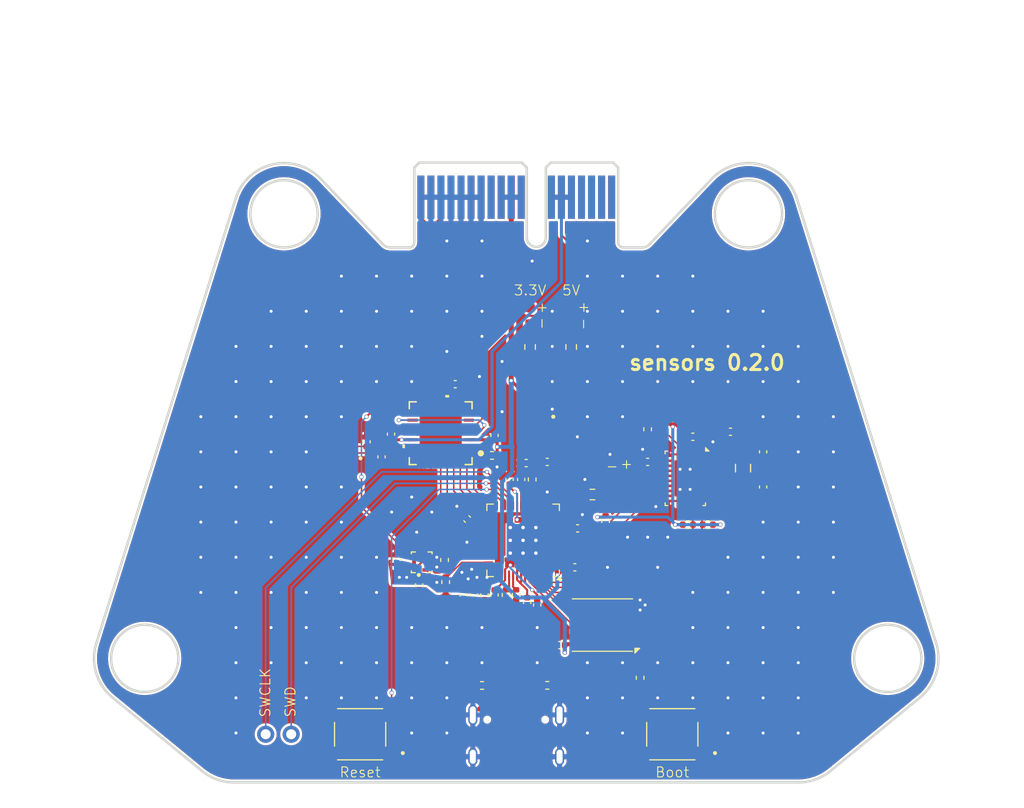
<source format=kicad_pcb>
(kicad_pcb (version 20240108) (generator "pcbnew") (generator_version "8.0")
  (layers (0 "F.Cu" signal) (31 "B.Cu" signal) (34 "B.Paste" user) (35 "F.Paste" user) (36 "B.SilkS" user "B.Silkscreen") (37 "F.SilkS" user "F.Silkscreen") (38 "B.Mask" user) (39 "F.Mask" user) (44 "Edge.Cuts" user))
  (net 0 "")
  (net 1 "+1.1V")
  (net 3 "CANINT")
  (net 4 "/XIN")
  (net 6 "Net-(U8-XOUT32)")
  (net 7 "BMPINT")
  (net 10 "Net-(U8-CAP)")
  (net 11 "BNORESET")
  (net 14 "BNOINT")
  (net 15 "Net-(U8-XIN32)")
  (net 17 "Net-(D88-A)")
  (net 22 "CS")
  (net 23 "CANSTBY")
  (net 25 "GND")
  (net 26 "/USB_D2+")
  (net 27 "USB_D+")
  (net 28 "/XOUT_pre")
  (net 30 "SI")
  (net 31 "SCK")
  (net 32 "SO")
  (net 33 "USB_D-")
  (net 36 "/XOUT")
  (net 39 "OSC1")
  (net 41 "BOOT_LOAD")
  (net 43 "OSC2")
  (net 44 "tx")
  (net 45 "/QSPI_SS")
  (net 46 "/QSPI_SCLK")
  (net 47 "/QSPI_SD1")
  (net 48 "/QSPI_SD0")
  (net 49 "/QSPI_SD3")
  (net 50 "/QSPI_SD2")
  (net 51 "/~{USB_BOOT_S}")
  (net 53 "/USB_D2-")
  (net 54 "+3.3V")
  (net 55 "Net-(D88-K)")
  (net 60 "CANRESET")
  (net 62 "rx")
  (net 66 "+5V")
  (net 67 "/SWD")
  (net 68 "/SWCLK")
  (net 69 "/RUN")
  (net 70 "SDA0")
  (net 71 "SCL0")
  (net 72 "SDA1")
  (net 73 "SCL1")
  (net 74 "unconnected-(U2-GPIO0-Pad2)")
  (net 84 "CANN")
  (net 85 "CANP")
  (net 91 "Net-(D1-K)")
  (net 92 "Net-(D2-K)")
  (net 99 "Net-(J6-CC2)")
  (net 100 "Net-(J6-CC1)")
  (footprint "Package_SON:WSON-8-1EP_6x5mm_P1.27mm_EP3.4x4.3mm" (layer "F.Cu") (at 155 106.75 180)
    (property "Reference" "U4" (hide yes))
    (property "Value" "W25Q128JVP" (hide yes))
  )
  (footprint "Capacitor_SMD:C_0402_1005Metric" (layer "F.Cu") (at 146.905904 92.252137 90)
    (property "Reference" "C214" (hide yes))
    (property "Value" "100n" (hide yes))
  )
  (footprint "Resistor_SMD:R_0402_1005Metric" (layer "F.Cu") (at 148 92.25 90)
    (property "Reference" "R12" (hide yes))
    (property "Value" "1k" (hide yes))
  )
  (footprint "BMP388:PQFN50P200X200X80-10N" (layer "F.Cu") (at 137 100.5 90)
    (property "Reference" "U5" (hide yes))
    (property "Value" "BMP388" (hide yes))
  )
  (footprint "Resistor_SMD:R_0402_1005Metric" (layer "F.Cu") (at 145.400183 103.75 90)
    (property "Reference" "R204" (hide yes))
    (property "Value" "27" (hide yes))
  )
  (footprint "Capacitor_SMD:C_0402_1005Metric" (layer "F.Cu") (at 141.525268 96.188915 135)
    (property "Reference" "C212" (hide yes))
    (property "Value" "100n" (hide yes))
  )
  (footprint "Capacitor_SMD:C_0402_1005Metric" (layer "F.Cu") (at 145.75 92.25 90)
    (property "Reference" "C207" (hide yes))
    (property "Value" "100n" (hide yes))
  )
  (footprint "Capacitor_SMD:C_0402_1005Metric" (layer "F.Cu") (at 159.5 90.5)
    (property "Reference" "C84" (hide yes))
    (property "Value" "1u" (hide yes))
  )
  (footprint "X322516MLB4SI:OSC_X322516MLB4SI" (layer "F.Cu") (at 128.85 89.051477 180)
    (property "Reference" "Y2" (hide yes))
    (property "Value" "X322516MLB4SI" (hide yes))
  )
  (footprint "TS-1187A-B-A-B:SW_TS-1187A-B-A-B" (layer "F.Cu") (at 130.865 117.625 180)
    (property "Reference" "S2" (hide yes))
    (property "Value" "TS-1187A-B-A-B" (hide yes))
  )
  (footprint "Resistor_SMD:R_0603_1608Metric" (layer "F.Cu") (at 151.885 79.055 -90)
    (property "Reference" "R2" (hide yes))
    (property "Value" "150")
  )
  (footprint "Resistor_SMD:R_0402_1005Metric" (layer "F.Cu") (at 139.387026 102.46872 -90)
    (property "Reference" "R222" (hide yes))
    (property "Value" "4.7k" (hide yes))
  )
  (footprint "LED_SMD:LED_0603_1608Metric" (layer "F.Cu") (at 147.795 75.955 90)
    (property "Reference" "D1" (hide yes))
    (property "Value" "LED")
  )
  (footprint "Capacitor_SMD:C_0402_1005Metric" (layer "F.Cu") (at 171 89.5 -90)
    (property "Reference" "C86" (hide yes))
    (property "Value" "22p" (hide yes))
  )
  (footprint "MCP25625T_E_ML:QFN28_6X6MC_MCH" (layer "F.Cu") (at 138.887999 87.644025 180)
    (property "Reference" "U9" (hide yes))
    (property "Value" "MCP25625T-E/ML" (hide yes))
  )
  (footprint "Resistor_SMD:R_0402_1005Metric" (layer "F.Cu") (at 163.51 96.75 180)
    (property "Reference" "R221" (hide yes))
    (property "Value" "4.7k" (hide yes))
  )
  (footprint "Capacitor_SMD:C_0402_1005Metric" (layer "F.Cu") (at 149.5 90.5)
    (property "Reference" "C10" (hide yes))
    (property "Value" "15p" (hide yes))
  )
  (footprint "Capacitor_SMD:C_0402_1005Metric" (layer "F.Cu") (at 148.5 104.75 -90)
    (property "Reference" "C206" (hide yes))
    (property "Value" "100n" (hide yes))
  )
  (footprint "Capacitor_SMD:C_0402_1005Metric" (layer "F.Cu") (at 152.25 101)
    (property "Reference" "C211" (hide yes))
    (property "Value" "100n" (hide yes))
  )
  (footprint "LED_SMD:LED_0603_1608Metric" (layer "F.Cu") (at 156.7125 92)
    (property "Reference" "D88" (hide yes))
    (property "Value" "LED" (hide yes))
  )
  (footprint "Resistor_SMD:R_0603_1608Metric" (layer "F.Cu") (at 147.795 79.055 -90)
    (property "Reference" "R1" (hide yes))
    (property "Value" "150")
  )
  (footprint "Capacitor_SMD:C_0402_1005Metric" (layer "F.Cu") (at 144.25 103.75 -90)
    (property "Reference" "C208" (hide yes))
    (property "Value" "1u" (hide yes))
  )
  (footprint "LED_SMD:LED_0603_1608Metric" (layer "F.Cu") (at 151.885 75.955 90)
    (property "Reference" "D2" (hide yes))
    (property "Value" "LED")
  )
  (footprint "Capacitor_SMD:C_0402_1005Metric" (layer "F.Cu") (at 167.75 87.5)
    (property "Reference" "C81" (hide yes))
    (property "Value" "100n" (hide yes))
  )
  (footprint "Resistor_SMD:R_0402_1005Metric" (layer "F.Cu") (at 159.5 87.25 90)
    (property "Reference" "R87" (hide yes))
    (property "Value" "10k" (hide yes))
  )
  (footprint "Capacitor_SMD:C_0402_1005Metric" (layer "F.Cu") (at 147.401053 90.619624 180)
    (property "Reference" "C11" (hide yes))
    (property "Value" "15p" (hide yes))
  )
  (footprint "Connector_USB:USB_C_Receptacle_Palconn_UTC16-G" (layer "F.Cu") (at 146.41 117.625)
    (property "Reference" "J6" (hide yes))
    (property "Value" "USB_C_Receptacle_USB2.0_16P" (hide yes))
  )
  (footprint "ABM8-272-T3:ABM8-272-T3_ABR" (layer "F.Cu") (at 149 88 -90)
    (property "Reference" "X1" (hide yes))
    (property "Value" "ABM8-272-T3" (hide yes))
  )
  (footprint "Capacitor_SMD:C_0402_1005Metric" (layer "F.Cu") (at 152.523705 97.122962)
    (property "Reference" "C213" (hide yes))
    (property "Value" "100n" (hide yes))
  )
  (footprint "Capacitor_SMD:C_0402_1005Metric" (layer "F.Cu") (at 142.194841 103.749524 -90)
    (property "Reference" "C216" (hide yes))
    (property "Value" "100n" (hide yes))
  )
  (footprint "Capacitor_SMD:C_0402_1005Metric" (layer "F.Cu") (at 141.194841 103.749524 -90)
    (property "Reference" "C215" (hide yes))
    (property "Value" "100n" (hide yes))
  )
  (footprint "Resistor_SMD:R_0402_1005Metric" (layer "F.Cu") (at 144 89.854549 180)
    (property "Reference" "R91" (hide yes))
    (property "Value" "10k" (hide yes))
  )
  (footprint "Capacitor_SMD:C_0402_1005Metric" (layer "F.Cu") (at 164 88 180)
    (property "Reference" "C82" (hide yes))
    (property "Value" "100n" (hide yes))
  )
  (footprint "Capacitor_SMD:C_0402_1005Metric" (layer "F.Cu") (at 143.25 103.75 -90)
    (property "Reference" "C210" (hide yes))
    (property "Value" "1u" (hide yes))
  )
  (footprint "Capacitor_SMD:C_0402_1005Metric" (layer "F.Cu") (at 171 93 -90)
    (property "Reference" "C85" (hide yes))
    (property "Value" "22p" (hide yes))
  )
  (footprint "Package_LGA:LGA-28_5.2x3.8mm_P0.5mm" (layer "F.Cu") (at 163.25 92.1375 -90)
    (property "Reference" "U8" (hide yes))
    (property "Value" "BNO055" (hide yes))
  )
  (footprint "Resistor_SMD:R_0402_1005Metric" (layer "F.Cu") (at 165.49 96.75 180)
    (property "Reference" "R220" (hide yes))
    (property "Value" "4.7k" (hide yes))
  )
  (footprint "ABS07-32.768KHZ-T:XTAL_ABS07-32.768KHZ-T" (layer "F.Cu") (at 169 91.124973 90)
    (property "Reference" "Y1" (hide yes))
    (property "Value" "ABS07-32.768KHZ-T" (hide yes))
  )
  (footprint "Capacitor_SMD:C_0402_1005Metric" (layer "F.Cu") (at 133.942338 87.740095 90)
    (property "Reference" "C93" (hide yes))
    (property "Value" "100n" (hide yes))
  )
  (footprint "Resistor_SMD:R_0402_1005Metric" (layer "F.Cu") (at 146.400183 103.75 90)
    (property "Reference" "R203" (hide yes))
    (property "Value" "27" (hide yes))
  )
  (footprint "Resistor_SMD:R_0402_1005Metric" (layer "F.Cu") (at 143.005 112.765)
    (property "Reference" "R4" (hide yes))
    (property "Value" "5.1k" (hide yes))
  )
  (footprint "Package_DFN_QFN:QFN-56-1EP_7x7mm_P0.4mm_EP3.2x3.2mm" (layer "F.Cu") (at 147.1 98.3125 180)
    (property "Reference" "U2" (hide yes))
    (property "Value" "RP2040" (hide yes))
  )
  (footprint "Capacitor_SMD:C_0402_1005Metric" (layer "F.Cu") (at 136.75 102.75 -90)
    (property "Reference" "C50" (hide yes))
    (property "Value" "100n" (hide yes))
  )
  (footprint "Resistor_SMD:R_0402_1005Metric" (layer "F.Cu") (at 155.30927 96.382779 90)
    (property "Reference" "R83" (hide yes))
    (property "Value" "10k" (hide yes))
  )
  (footprint "Resistor_SMD:R_0402_1005Metric" (layer "F.Cu") (at 158.75 112 -90)
    (property "Reference" "R30" (hide yes))
    (property "Value" "1k" (hide yes))
  )
  (footprint "Capacitor_SMD:C_0402_1005Metric" (layer "F.Cu") (at 150.75 108.75 180)
    (property "Reference" "C40" (hide yes))
    (property "Value" "100n" (hide yes))
  )
  (footprint "Connector_PinHeader_2.54mm:PinHeader_1x02_P2.54mm_Vertical" (layer "F.Cu") (at 121.46 117.625 90)
    (property "Reference" "J4" (hide yes))
    (property "Value" "Conn_01x02" (hide yes))
  )
  (footprint "Resistor_SMD:R_0402_1005Metric" (layer "F.Cu") (at 149.505 112.755)
    (property "Reference" "R3" (hide yes))
    (property "Value" "5.1k" (hide yes))
  )
  (footprint "Capacitor_SMD:C_0402_1005Metric" (layer "F.Cu") (at 134.5 100.23 90)
    (property "Reference" "C51" (hide yes))
    (property "Value" "100n" (hide yes))
  )
  (footprint "Capacitor_SMD:C_0402_1005Metric" (layer "F.Cu") (at 140.339105 82.759702)
    (property "Reference" "C90" (hide yes))
    (property "Value" "100n" (hide yes))
  )
  (footprint "Capacitor_SMD:C_0402_1005Metric" (layer "F.Cu") (at 144.249829 87.861863 90)
    (property "Reference" "C92" (hide yes))
    (property "Value" "100n" (hide yes))
  )
  (footprint "TS-1187A-B-A-B:SW_TS-1187A-B-A-B" (layer "F.Cu") (at 161.955 117.625 180)
    (property "Reference" "S1" (hide yes))
    (property "Value" "TS-1187A-B-A-B" (hide yes))
  )
  (footprint "Capacitor_SMD:C_0402_1005Metric" (layer "F.Cu") (at 147.5 104.5 -90)
    (property "Reference" "C209" (hide yes))
    (property "Value" "100n" (hide yes))
  )
  (footprint "Resistor_SMD:R_0402_1005Metric" (layer "F.Cu") (at 139.276509 100.269684 -90)
    (property "Reference" "R223" (hide yes))
    (property "Value" "4.7k" (hide yes))
  )
  (footprint "Capacitor_SMD:C_0402_1005Metric" (layer "F.Cu") (at 133 90 -90)
    (property "Reference" "C94" (hide yes))
    (property "Value" "22p" (hide yes))
  )
  (footprint "Resistor_SMD:R_0603_1608Metric" (layer "F.Cu") (at 154 93.75 180)
    (property "Reference" "R89" (hide yes))
    (property "Value" "150" (hide yes))
  )
  (footprint "Capacitor_SMD:C_0402_1005Metric" (layer "F.Cu") (at 131.5 88.5 90)
    (property "Reference" "C95" (hide yes))
    (property "Value" "22p" (hide yes))
  )
  (footprint "Connector_PCBEdge:BUS_PCIexpress_x1" (layer "B.Cu") (at 136.913 64.138595)
    (property "Reference" "J1" (hide yes))
    (property "Value" "Bus_PCI_Express_x1" (hide yes))
    (fp_line (start -0.65 -2.95) (end -0.65 4.506267) (stroke (width 0.25)) (layer "Edge.Cuts"))
    (fp_line (start -0.15 -3.45) (end -0.65 -2.95) (stroke (width 0.25)) (layer "Edge.Cuts"))
    (fp_line (start 10.05 -3.45) (end -0.15 -3.45) (stroke (width 0.25)) (layer "Edge.Cuts"))
    (fp_line (start 10.05 -3.45) (end 10.55 -2.95) (stroke (width 0.25)) (layer "Edge.Cuts"))
    (fp_line (start 10.55 -2.95) (end 10.55 4) (stroke (width 0.25)) (layer "Edge.Cuts"))
    (fp_line (start 12.45 -2.95) (end 12.45 4) (stroke (width 0.25)) (layer "Edge.Cuts"))
    (fp_line (start 12.95 -3.45) (end 12.45 -2.95) (stroke (width 0.25)) (layer "Edge.Cuts"))
    (fp_line (start 19.15 -3.45) (end 12.95 -3.45) (stroke (width 0.25)) (layer "Edge.Cuts"))
    (fp_line (start 19.15 -3.45) (end 19.65 -2.95) (stroke (width 0.25)) (layer "Edge.Cuts"))
    (fp_line (start 19.65 4.506267) (end 19.65 -2.95) (stroke (width 0.25)) (layer "Edge.Cuts"))
    (fp_arc (start 12.45 4) (mid 11.5 4.95) (end 10.55 4) (stroke (width 0.25)) (layer "Edge.Cuts"))
  )
  (gr_line (start 159.678146 68.835513) (end 165.883818 62.312636) (stroke (width 0.25)) (layer "Edge.Cuts"))
  (gr_line (start 133.143972 68.831791) (end 126.941843 62.312637) (stroke (width 0.25)) (layer "Edge.Cuts"))
  (gr_line (start 174.511605 122.419976) (end 118.31403 122.419976) (stroke (width 0.25)) (layer "Edge.Cuts"))
  (gr_circle (center 183.413305 110.068595) (end 180.063305 110.068595) (stroke (width 0.25)) (fill none) (layer "Edge.Cuts"))
  (gr_arc (start 159.678146 68.835513) (mid 159.347804 69.065283) (end 158.95364 69.146243) (stroke (width 0.25)) (layer "Edge.Cuts"))
  (gr_arc (start 188.23235 108.558858) (mid 188.252259 111.513246) (end 186.615928 113.973169) (stroke (width 0.25)) (layer "Edge.Cuts"))
  (gr_line (start 133.87203 69.146243) (end 135.755183 69.146243) (stroke (width 0.25)) (layer "Edge.Cuts"))
  (gr_arc (start 118.31403 122.419976) (mid 116.613396 122.125003) (end 115.111431 121.274551) (stroke (width 0.25)) (layer "Edge.Cuts"))
  (gr_line (start 158.95364 69.146243) (end 157.070478 69.146243) (stroke (width 0.25)) (layer "Edge.Cuts"))
  (gr_line (start 174.361605 64.283721) (end 174.361606 64.283721) (stroke (width 0.25)) (layer "Edge.Cuts"))
  (gr_line (start 186.615928 113.973169) (end 177.714231 121.274549) (stroke (width 0.25)) (layer "Edge.Cuts"))
  (gr_arc (start 133.87203 69.146243) (mid 133.475493 69.064276) (end 133.143972 68.831791) (stroke (width 0.25)) (layer "Edge.Cuts"))
  (gr_arc (start 165.883818 62.312636) (mid 170.686181 60.874652) (end 174.361605 64.283721) (stroke (width 0.25)) (layer "Edge.Cuts"))
  (gr_arc (start 118.464055 64.28372) (mid 122.13948 60.874652) (end 126.941843 62.312637) (stroke (width 0.25)) (layer "Edge.Cuts"))
  (gr_circle (center 109.412355 110.068595) (end 106.062355 110.068595) (stroke (width 0.25)) (fill none) (layer "Edge.Cuts"))
  (gr_arc (start 136.255183 68.646276) (mid 136.108734 68.999813) (end 135.755183 69.146243) (stroke (width 0.25)) (layer "Edge.Cuts"))
  (gr_line (start 174.361606 64.283721) (end 188.23235 108.558858) (stroke (width 0.25)) (layer "Edge.Cuts"))
  (gr_circle (center 169.54256 65.793456) (end 166.19256 65.793456) (stroke (width 0.25)) (fill none) (layer "Edge.Cuts"))
  (gr_circle (center 123.2831 65.793456) (end 119.9331 65.793456) (stroke (width 0.25)) (fill none) (layer "Edge.Cuts"))
  (gr_line (start 106.209767 113.973198) (end 115.111431 121.274551) (stroke (width 0.25)) (layer "Edge.Cuts"))
  (gr_line (start 118.464055 64.28372) (end 118.464054 64.28372) (stroke (width 0.25)) (layer "Edge.Cuts"))
  (gr_arc (start 157.070478 69.146243) (mid 156.716924 68.999796) (end 156.570477 68.646242) (stroke (width 0.25)) (layer "Edge.Cuts"))
  (gr_line (start 118.464054 64.28372) (end 104.588376 108.574607) (stroke (width 0.25)) (layer "Edge.Cuts"))
  (gr_arc (start 106.209767 113.973198) (mid 104.575789 111.521169) (end 104.588376 108.574607) (stroke (width 0.25)) (layer "Edge.Cuts"))
  (gr_arc (start 177.714231 121.274549) (mid 176.212253 122.125005) (end 174.511605 122.419976) (stroke (width 0.25)) (layer "Edge.Cuts"))
  (gr_text "sensors 0.2.0" (at 157.5 81.5 0) (layer "F.SilkS") (effects (font (size 1.5 1.5) (thickness 0.3) (bold yes)) (justify left bottom)))
  (gr_text "SWD" (at 124.5 116 90) (layer "F.SilkS") (effects (font (size 1 1) (thickness 0.1)) (justify left bottom)))
  (gr_text "Boot" (at 161.955 122 0) (layer "F.SilkS") (effects (font (size 1 1) (thickness 0.1)) (justify bottom)))
  (gr_text "5V" (at 151.885 74 0) (layer "F.SilkS") (effects (font (size 1 1) (thickness 0.1)) (justify bottom)))
  (gr_text "Reset" (at 130.865 122 0) (layer "F.SilkS") (effects (font (size 1 1) (thickness 0.1)) (justify bottom)))
  (gr_text "3.3V" (at 147.795 74 0) (layer "F.SilkS") (effects (font (size 1 1) (thickness 0.1)) (justify bottom)))
  (gr_text "SWCLK" (at 122 116 90) (layer "F.SilkS") (effects (font (size 1 1) (thickness 0.1)) (justify left bottom)))
  (segment (start 145.75 93) (end 145.75 92.73) (width 0.2) (layer "F.Cu") (net 1))
  (segment (start 148 103.25) (end 148.5 103.75) (width 0.2) (layer "F.Cu") (net 1))
  (segment (start 145.3 102.28386) (end 144.31386 103.27) (width 0.2) (layer "F.Cu") (net 1))
  (segment (start 146.278167 93.471833) (end 146.221833 93.471833) (width 0.15) (layer "F.Cu") (net 1))
  (segment (start 148.5 103.75) (end 148.5 104.27) (width 0.2) (layer "F.Cu") (net 1))
  (segment (start 145.716508 100.783492) (end 145.830177 100.783492) (width 0.2) (layer "F.Cu") (net 1))
  (segment (start 146.278167 93.471833) (end 146.5 93.693666) (width 0.15) (layer "F.Cu") (net 1))
  (segment (start 147.3 101.75) (end 147.3 102.55) (width 0.2) (layer "F.Cu") (net 1))
  (segment (start 145.3 101.75) (end 145.3 102.28386) (width 0.2) (layer "F.Cu") (net 1))
  (segment (start 144.31386 103.27) (end 144.25 103.27) (width 0.2) (layer "F.Cu") (net 1))
  (segment (start 146.221833 93.471833) (end 145.75 93) (width 0.2) (layer "F.Cu") (net 1))
  (segment (start 147.3 102.55) (end 148 103.25) (width 0.2) (layer "F.Cu") (net 1))
  (segment (start 145.3 101.2) (end 145.716508 100.783492) (width 0.2) (layer "F.Cu") (net 1))
  (segment (start 146.5 93.693666) (end 146.5 94.875) (width 0.15) (layer "F.Cu") (net 1))
  (segment (start 145.3 101.75) (end 145.3 101.2) (width 0.2) (layer "F.Cu") (net 1))
  (via (at 146.5 96.25) (size 0.4) (drill 0.3) (layers "F.Cu" "B.Cu") (net 1))
  (via (at 148 103.25) (size 0.4) (drill 0.3) (layers "F.Cu" "B.Cu") (net 1))
  (via (at 146.278167 93.471833) (size 0.4) (drill 0.3) (layers "F.Cu" "B.Cu") (net 1))
  (via (at 145.830177 100.783492) (size 0.4) (drill 0.3) (layers "F.Cu" "B.Cu") (net 1))
  (segment (start 146.5 93.693666) (end 146.278167 93.471833) (width 0.2) (layer "B.Cu") (net 1))
  (segment (start 145.830177 100.783492) (end 145.830177 101.080177) (width 0.2) (layer "B.Cu") (net 1))
  (segment (start 146.5 96.25) (end 146.5 93.693666) (width 0.2) (layer "B.Cu") (net 1))
  (segment (start 145.830177 101.080177) (end 148 103.25) (width 0.2) (layer "B.Cu") (net 1))
  (segment (start 138.887999 95.696007) (end 141.304492 98.1125) (width 0.15) (layer "F.Cu") (net 3))
  (segment (start 141.304492 98.1125) (end 143.6625 98.1125) (width 0.15) (layer "F.Cu") (net 3))
  (segment (start 138.887999 90.438025) (end 138.887999 95.696007) (width 0.15) (layer "F.Cu") (net 3))
  (segment (start 149.02 90.5) (end 149.02 87.580001) (width 0.15) (layer "F.Cu") (net 4))
  (segment (start 149.02 87.580001) (end 149.400002 87.199999) (width 0.15) (layer "F.Cu") (net 4))
  (segment (start 149 90.52) (end 149 92.663247) (width 0.15) (layer "F.Cu") (net 4))
  (segment (start 149.400002 87.199999) (end 150.1 87.199999) (width 0.15) (layer "F.Cu") (net 4))
  (segment (start 147.7 93.963247) (end 147.7 94.875) (width 0.15) (layer "F.Cu") (net 4))
  (segment (start 149 92.663247) (end 147.7 93.963247) (width 0.15) (layer "F.Cu") (net 4))
  (segment (start 149.02 90.5) (end 149 90.52) (width 0.15) (layer "F.Cu") (net 4))
  (segment (start 169.145027 92.52) (end 169 92.374973) (width 0.15) (layer "F.Cu") (net 6))
  (segment (start 168.012527 91.3875) (end 164.9125 91.3875) (width 0.15) (layer "F.Cu") (net 6))
  (segment (start 169 92.374973) (end 168.012527 91.3875) (width 0.15) (layer "F.Cu") (net 6))
  (segment (start 171 92.52) (end 169.145027 92.52) (width 0.15) (layer "F.Cu") (net 6))
  (segment (start 137 99) (end 140.013869 99) (width 0.15) (layer "F.Cu") (net 7))
  (segment (start 136.75 99.25) (end 137 99) (width 0.15) (layer "F.Cu") (net 7))
  (segment (start 140.726369 99.7125) (end 143.6625 99.7125) (width 0.15) (layer "F.Cu") (net 7))
  (segment (start 140.013869 99) (end 140.726369 99.7125) (width 0.15) (layer "F.Cu") (net 7))
  (segment (start 136.75 99.735) (end 136.75 99.25) (width 0.15) (layer "F.Cu") (net 7))
  (segment (start 161.5875 91.3875) (end 160.8675 91.3875) (width 0.15) (layer "F.Cu") (net 10))
  (segment (start 160.8675 91.3875) (end 159.98 90.5) (width 0.15) (layer "F.Cu") (net 10))
  (segment (start 161.5875 92.3875) (end 159.8625 92.3875) (width 0.15) (layer "F.Cu") (net 11))
  (segment (start 154.5375 97.7125) (end 150.5375 97.7125) (width 0.15) (layer "F.Cu") (net 11))
  (segment (start 159.8625 92.3875) (end 154.5375 97.7125) (width 0.15) (layer "F.Cu") (net 11))
  (segment (start 155.6375 98.1125) (end 150.5375 98.1125) (width 0.15) (layer "F.Cu") (net 14))
  (segment (start 159.8625 93.8875) (end 155.6375 98.1125) (width 0.15) (layer "F.Cu") (net 14))
  (segment (start 161.5875 93.8875) (end 159.8625 93.8875) (width 0.15) (layer "F.Cu") (net 14))
  (segment (start 169 89.874973) (end 170.894973 89.874973) (width 0.15) (layer "F.Cu") (net 15))
  (segment (start 170.894973 89.874973) (end 171 89.98) (width 0.15) (layer "F.Cu") (net 15))
  (segment (start 169 89.874973) (end 167.987473 90.8875) (width 0.15) (layer "F.Cu") (net 15))
  (segment (start 167.987473 90.8875) (end 164.9125 90.8875) (width 0.15) (layer "F.Cu") (net 15))
  (segment (start 157.6125 91.8875) (end 157.5 92) (width 0.15) (layer "F.Cu") (net 17))
  (segment (start 161.5875 91.8875) (end 157.6125 91.8875) (width 0.15) (layer "F.Cu") (net 17))
  (segment (start 141.5 89.776025) (end 141.5 93.188949) (width 0.15) (layer "F.Cu") (net 22))
  (segment (start 143.186051 94.875) (end 144.5 94.875) (width 0.15) (layer "F.Cu") (net 22))
  (segment (start 141.681999 89.594026) (end 141.5 89.776025) (width 0.15) (layer "F.Cu") (net 22))
  (segment (start 141.5 93.188949) (end 143.186051 94.875) (width 0.15) (layer "F.Cu") (net 22))
  (segment (start 131.805976 85.694024) (end 136.093999 85.694024) (width 0.2) (layer "F.Cu") (net 23))
  (segment (start 140.25 98.5) (end 141.0625 99.3125) (width 0.15) (layer "F.Cu") (net 23))
  (segment (start 131.5 86) (end 131.805976 85.694024) (width 0.2) (layer "F.Cu") (net 23))
  (segment (start 141.0625 99.3125) (end 143.6625 99.3125) (width 0.15) (layer "F.Cu") (net 23))
  (segment (start 134.5 98.5) (end 140.25 98.5) (width 0.15) (layer "F.Cu") (net 23))
  (segment (start 131 95) (end 134.5 98.5) (width 0.15) (layer "F.Cu") (net 23))
  (segment (start 131 92) (end 131 95) (width 0.15) (layer "F.Cu") (net 23))
  (via (at 131 92) (size 0.4) (drill 0.3) (layers "F.Cu" "B.Cu") (net 23))
  (via (at 131.5 86) (size 0.4) (drill 0.3) (layers "F.Cu" "B.Cu") (net 23))
  (segment (start 131 86.5) (end 131.5 86) (width 0.15) (layer "B.Cu") (net 23))
  (segment (start 131 92) (end 131 86.5) (width 0.15) (layer "B.Cu") (net 23))
  (segment (start 146.772137 91.772137) (end 146 91) (width 0.3) (layer "F.Cu") (net 25))
  (segment (start 162.3625 94.3875) (end 162.5 94.525) (width 0.15) (layer "F.Cu") (net 25))
  (segment (start 148.1 86.949999) (end 147.95 86.949999) (width 0.15) (layer "F.Cu") (net 25))
  (segment (start 142.913 64.138595) (end 139.913 64.138595) (width 0.5) (layer "F.Cu") (net 25))
  (segment (start 161.725 89.75) (end 161.5875 89.8875) (width 0.2) (layer "F.Cu") (net 25))
  (segment (start 161.5875 94.3875) (end 162.3625 94.3875) (width 0.2) (layer "F.Cu") (net 25))
  (segment (start 146.905904 91.772137) (end 146.772137 91.772137) (width 0.3) (layer "F.Cu") (net 25))
  (segment (start 137.79 100.975) (end 137.765 101) (width 0.15) (layer "F.Cu") (net 25))
  (segment (start 141.185857 95.849504) (end 141.185857 95.607337) (width 0.2) (layer "F.Cu") (net 25))
  (segment (start 138.407065 89.186934) (end 138.407065 88.957723) (width 0.2) (layer "F.Cu") (net 25))
  (segment (start 141.185857 95.607337) (end 140.5 94.92148) (width 0.2) (layer "F.Cu") (net 25))
  (segment (start 136.605075 87.644025) (end 139.399075 87.644025) (width 0.3) (layer "F.Cu") (net 25))
  (segment (start 148.75 93.75) (end 149 93.75) (width 0.2) (layer "F.Cu") (net 25))
  (segment (start 136.235 100.5) (end 136.235 100) (width 0.3) (layer "F.Cu") (net 25))
  (segment (start 162.5 89.75) (end 161.725 89.75) (width 0.2) (layer "F.Cu") (net 25))
  (segment (start 148.1 94.875) (end 148.1 94.4) (width 0.2) (layer "F.Cu") (net 25))
  (segment (start 148.1 94.4) (end 148.75 93.75) (width 0.2) (layer "F.Cu") (net 25))
  (segment (start 138.5 100.975) (end 137.79 100.975) (width 0.2) (layer "F.Cu") (net 25))
  (segment (start 137.765 100) (end 138.5 100) (width 0.2) (layer "F.Cu") (net 25))
  (via (at 174.5 89.5) (size 0.4) (drill 0.3) (layers "F.Cu" "B.Cu") (net 25))
  (via (at 153 95.75) (size 0.4) (drill 0.3) (layers "F.Cu" "B.Cu") (net 25))
  (via (at 149.5 93.5) (size 0.4) (drill 0.3) (layers "F.Cu" "B.Cu") (net 25))
  (via (at 158.75 104.25) (size 0.4) (drill 0.3) (layers "F.Cu" "B.Cu") (net 25))
  (via (at 143 72) (size 0.4) (drill 0.3) (layers "F.Cu" "B.Cu") (net 25))
  (via (at 140.5 94.92148) (size 0.4) (drill 0.3) (layers "F.Cu" "B.Cu") (net 25))
  (via (at 171 75.5) (size 0.4) (drill 0.3) (layers "F.Cu" "B.Cu") (net 25))
  (via (at 167.5 114) (size 0.4) (drill 0.3) (layers "F.Cu" "B.Cu") (net 25))
  (via (at 139.5 72) (size 0.4) (drill 0.3) (layers "F.Cu" "B.Cu") (net 25))
  (via (at 125.5 100) (size 0.4) (drill 0.3) (layers "F.Cu" "B.Cu") (net 25))
  (via (at 153.5 110.5) (size 0.4) (drill 0.3) (layers "F.Cu" "B.Cu") (net 25))
  (via (at 160.5 75.5) (size 0.4) (drill 0.3) (layers "F.Cu" "B.Cu") (net 25))
  (via (at 129 114) (size 0.4) (drill 0.3) (layers "F.Cu" "B.Cu") (net 25))
  (via (at 122 75.5) (size 0.4) (drill 0.3) (layers "F.Cu" "B.Cu") (net 25))
  (via (at 164 82.5) (size 0.4) (drill 0.3) (layers "F.Cu" "B.Cu") (net 25))
  (via (at 129 79) (size 0.4) (drill 0.3) (layers "F.Cu" "B.Cu") (net 25))
  (via (at 178 103.5) (size 0.4) (drill 0.3) (layers "F.Cu" "B.Cu") (net 25))
  (via (at 143 68.5) (size 0.4) (drill 0.3) (layers "F.Cu" "B.Cu") (net 25))
  (via (at 136 79) (size 0.4) (drill 0.3) (layers "F.Cu" "B.Cu") (net 25))
  (via (at 118.5 103.5) (size 0.4) (drill 0.3) (layers "F.Cu" "B.Cu") (net 25))
  (via (at 144.5 91) (size 0.4) (drill 0.3) (layers "F.Cu" "B.Cu") (net 25))
  (via (at 167.5 79) (size 0.4) (drill 0.3) (layers "F.Cu" "B.Cu") (net 25))
  (via (at 122 86) (size 0.4) (drill 0.3) (layers "F.Cu" "B.Cu") (net 25))
  (via (at 174.5 114) (size 0.4) (drill 0.3) (layers "F.Cu" "B.Cu") (net 25))
  (via (at 145.818053 99.587234) (size 0.5) (drill 0.35) (layers "F.Cu" "B.Cu") (net 25))
  (via (at 163.730735 91.239321) (size 0.4) (drill 0.3) (layers "F.Cu" "B.Cu") (net 25))
  (via (at 148.5 110.5) (size 0.4) (drill 0.3) (layers "F.Cu" "B.Cu") (net 25))
  (via (at 136 75.5) (size 0.4) (drill 0.3) (layers "F.Cu" "B.Cu") (net 25))
  (via (at 174.5 96.5) (size 0.4) (drill 0.3) (layers "F.Cu" "B.Cu") (net 25))
  (via (at 160.5 114) (size 0.4) (drill 0.3) (layers "F.Cu" "B.Cu") (net 25))
  (via (at 125.5 93) (size 0.4) (drill 0.3) (layers "F.Cu" "B.Cu") (net 25))
  (via (at 171 103.5) (size 0.4) (drill 0.3) (layers "F.Cu" "B.Cu") (net 25))
  (via (at 138 95.5) (size 0.4) (drill 0.3) (layers "F.Cu" "B.Cu") (net 25))
  (via (at 115 103.5) (size 0.4) (drill 0.3) (layers "F.Cu" "B.Cu") (net 25))
  (via (at 125.5 110.5) (size 0.4) (drill 0.3) (layers "F.Cu" "B.Cu") (net 25))
  (via (at 171 110.5) (size 0.4) (drill 0.3) (layers "F.Cu" "B.Cu") (net 25))
  (via (at 174.5 79) (size 0.4) (drill 0.3) (layers "F.Cu" "B.Cu") (net 25))
  (via (at 150 79) (size 0.4) (drill 0.3) (layers "F.Cu" "B.Cu") (net 25))
  (via (at 122 93) (size 0.4) (drill 0.3) (layers "F.Cu" "B.Cu") (net 25))
  (via (at 178 100) (size 0.4) (drill 0.3) (layers "F.Cu" "B.Cu") (net 25))
  (via (at 153.5 68.5) (size 0.4) (drill 0.3) (layers "F.Cu" "B.Cu") (net 25))
  (via (at 147.093053 99.587234) (size 0.5) (drill 0.35) (layers "F.Cu" "B.Cu") (net 25))
  (via (at 161.5 98) (size 0.4) (drill 0.3) (layers "F.Cu" "B.Cu") (net 25))
  (via (at 148.5 107) (size 0.4) (drill 0.3) (layers "F.Cu" "B.Cu") (net 25))
  (via (at 138.5 100) (size 0.4) (drill 0.3) (layers "F.Cu" "B.Cu") (net 25))
  (via (at 118.5 117.5) (size 0.4) (drill 0.3) (layers "F.Cu" "B.Cu") (net 25))
  (via (at 118.5 89.5) (size 0.4) (drill 0.3) (layers "F.Cu" "B.Cu") (net 25))
  (via (at 129 86) (size 0.4) (drill 0.3) (layers "F.Cu" "B.Cu") (net 25))
  (via (at 139.5 114) (size 0.4) (drill 0.3) (layers "F.Cu" "B.Cu") (net 25))
  (via (at 122 103.5) (size 0.4) (drill 0.3) (layers "F.Cu" "B.Cu") (net 25))
  (via (at 132.5 114) (size 0.4) (drill 0.3) (layers "F.Cu" "B.Cu") (net 25))
  (via (at 153.5 75.5) (size 0.4) (drill 0.3) (layers "F.Cu" "B.Cu") (net 25))
  (via (at 145.818053 98.312234) (size 0.5) (drill 0.35) (layers "F.Cu" "B.Cu") (net 25))
  (via (at 122 82.5) (size 0.4) (drill 0.3) (layers "F.Cu" "B.Cu") (net 25))
  (via (at 148.368053 98.312234) (size 0.5) (drill 0.35) (layers "F.Cu" "B.Cu") (net 25))
  (via (at 164 114) (size 0.4) (drill 0.3) (layers "F.Cu" "B.Cu") (net 25))
  (via (at 125.5 96.5) (size 0.4) (drill 0.3) (layers "F.Cu" "B.Cu") (net 25))
  (via (at 145 80.5) (size 0.4) (drill 0.3) (layers "F.Cu" "B.Cu") (net 25))
  (via (at 160.5 82.5) (size 0.4) (drill 0.3) (layers "F.Cu" "B.Cu") (net 25))
  (via (at 164 72) (size 0.4) (drill 0.3) (layers "F.Cu" "B.Cu") (net 25))
  (via (at 178 96.5) (size 0.4) (drill 0.3) (layers "F.Cu" "B.Cu") (net 25))
  (via (at 153.5 86) (size 0.4) (drill 0.3) (layers "F.Cu" "B.Cu") (net 25))
  (via (at 153.25 92.25) (size 0.4) (drill 0.3) (layers "F.Cu" "B.Cu") (net 25))
  (via (at 132.5 72) (size 0.4) (drill 0.3) (layers "F.Cu" "B.Cu") (net 25))
  (via (at 143 78) (size 0.4) (drill 0.3) (layers "F.Cu" "B.Cu") (net 25))
  (via (at 153.5 72) (size 0.4) (drill 0.3) (layers "F.Cu" "B.Cu") (net 25))
  (via (at 162.730735 93.239321) (size 0.4) (drill 0.3) (layers "F.Cu" "B.Cu") (net 25))
  (via (at 157 75.5) (size 0.4) (drill 0.3) (layers "F.Cu" "B.Cu") (net 25))
  (via (at 160.5 79) (size 0.4) (drill 0.3) (layers "F.Cu" "B.Cu") (net 25))
  (via (at 129 82.5) (size 0.4) (drill 0.3) (layers "F.Cu" "B.Cu") (net 25))
  (via (at 122 89.5) (size 0.4) (drill 0.3) (layers "F.Cu" "B.Cu") (net 25))
  (via (at 136 94) (size 0.4) (drill 0.3) (layers "F.Cu" "B.Cu") (net 25))
  (via (at 174.5 110.5) (size 0.4) (drill 0.3) (layers "F.Cu" "B.Cu") (net 25))
  (via (at 164 75.5) (size 0.4) (drill 0.3) (layers "F.Cu" "B.Cu") (net 25))
  (via (at 122 100) (size 0.4) (drill 0.3) (layers "F.Cu" "B.Cu") (net 25))
  (via (at 162.730735 91.239321) (size 0.4) (drill 0.3) (layers "F.Cu" "B.Cu") (net 25))
  (via (at 118.5 107) (size 0.4) (drill 0.3) (layers "F.Cu" "B.Cu") (net 25))
  (via (at 129 107) (size 0.4) (drill 0.3) (layers "F.Cu" "B.Cu") (net 25))
  (via (at 153.5 79) (size 0.4) (drill 0.3) (layers "F.Cu" "B.Cu") (net 25))
  (via (at 118.5 86) (size 0.4) (drill 0.3) (layers "F.Cu" "B.Cu") (net 25))
  (via (at 158.75 105.25) (size 0.4) (drill 0.3) (layers "F.Cu" "B.Cu") (net 25))
  (via (at 174.5 82.5) (size 0.4) (drill 0.3) (layers "F.Cu" "B.Cu") (net 25))
  (via (at 159.5 98) (size 0.4) (drill 0.3) (layers "F.Cu" "B.Cu") (net 25))
  (via (at 157 72) (size 0.4) (drill 0.3) (layers "F.Cu" "B.Cu") (net 25))
  (via (at 166 88.5) (size 0.4) (drill 0.3) (layers "F.Cu" "B.Cu") (net 25))
  (via (at 164 107) (size 0.4) (drill 0.3) (layers "F.Cu" "B.Cu") (net 25))
  (via (at 141.5 98.5) (size 0.4) (drill 0.3) (layers "F.Cu" "B.Cu") (net 25))
  (via (at 160.310517 94.949057) (size 0.4) (drill 0.3) (layers "F.Cu" "B.Cu") (net 25))
  (via (at 155.5 101) (size 0.4) (drill 0.3) (layers "F.Cu" "B.Cu") (net 25))
  (via (at 122 110.5) (size 0.4) (drill 0.3) (layers "F.Cu" "B.Cu") (net 25))
  (via (at 136.5 97.5) (size 0.4) (drill 0.3) (layers "F.Cu" "B.Cu") (net 25))
  (via (at 132.5 100) (size 0.4) (drill 0.3) (layers "F.Cu" "B.Cu") (net 25))
  (via (at 164 103.5) (size 0.4) (drill 0.3) (layers "F.Cu" "B.Cu") (net 25))
  (via (at 178 89.5) (size 0.4) (drill 0.3) (layers "F.Cu" "B.Cu") (net 25))
  (via (at 171 79) (size 0.4) (drill 0.3) (layers "F.Cu" "B.Cu") (net 25))
  (via (at 129 72) (size 0.4) (drill 0.3) (layers "F.Cu" "B.Cu") (net 25))
  (via (at 174.5 100) (size 0.4) (drill 0.3) (layers "F.Cu" "B.Cu") (net 25))
  (via (at 122 79) (size 0.4) (drill 0.3) (layers "F.Cu" "B.Cu") (net 25))
  (via (at 159 89.25) (size 0.4) (drill 0.3) (layers "F.Cu" "B.Cu") (net 25))
  (via (at 157 82.5) (size 0.4) (drill 0.3) (layers "F.Cu" "B.Cu") (net 25))
  (via (at 136 107) (size 0.4) (drill 0.3) (layers "F.Cu" "B.Cu") (net 25))
  (via (at 122 96.5) (size 0.4) (drill 0.3) (layers "F.Cu" "B.Cu") (net 25))
  (via (at 174.5 86) (size 0.4) (drill 0.3) (layers "F.Cu" "B.Cu") (net 25))
  (via (at 122 107) (size 0.4) (drill 0.3) (layers "F.Cu" "B.Cu") (net 25))
  (via (at 125.5 103.5) (size 0.4) (drill 0.3) (layers "F.Cu" "B.Cu") (net 25))
  (via (at 178 86) (size 0.4) (drill 0.3) (layers "F.Cu" "B.Cu") (net 25))
  (via (at 160.5 101) (size 0.4) (drill 0.3) (layers "F.Cu" "B.Cu") (net 25))
  (via (at 145.818053 97.037234) (size 0.5) (drill 0.35) (layers "F.Cu" "B.Cu") (net 25))
  (via (at 163.730735 93.239321) (size 0.4) (drill 0.3) (layers "F.Cu" "B.Cu") (net 25))
  (via (at 143 110.5) (size 0.4) (drill 0.3) (layers "F.Cu" "B.Cu") (net 25))
  (via (at 139.5 79.5) (size 0.4) (drill 0.3) (layers "F.Cu" "B.Cu") (net 25))
  (via (at 150 85.25) (size 0.4) (drill 0.3) (layers "F.Cu" "B.Cu") (net 25))
  (via (at 118.5 96.5) (size 0.4) (drill 0.3) (layers "F.Cu" "B.Cu") (net 25))
  (via (at 115 100) (size 0.4) (drill 0.3) (layers "F.Cu" "B.Cu") (net 25))
  (via (at 132.5 82.5) (size 0.4) (drill 0.3) (layers "F.Cu" "B.Cu") (net 25))
  (via (at 157.5 98) (size 0.4) (drill 0.3) (layers "F.Cu" "B.Cu") (net 25))
  (via (at 150 75.5) (size 0.4) (drill 0.3) (layers "F.Cu" "B.Cu") (net 25))
  (via (at 115 89.5) (size 0.4) (drill 0.3) (layers "F.Cu" "B.Cu") (net 25))
  (via (at 115 86) (size 0.4) (drill 0.3) (layers "F.Cu" "B.Cu") (net 25))
  (via (at 164 110.5) (size 0.4) (drill 0.3) (layers "F.Cu" "B.Cu") (net 25))
  (via (at 143 107) (size 0.4) (drill 0.3) (layers "F.Cu" "B.Cu") (net 25))
  (via (at 159.25 104.75) (size 0.4) (drill 0.3) (layers "F.Cu" "B.Cu") (net 25))
  (via (at 139.5 117.5) (size 0.4) (drill 0.3) (layers "F.Cu" "B.Cu") (net 25))
  (via (at 129 100) (size 0.4) (drill 0.3) (layers "F.Cu" "B.Cu") (net 25))
  (via (at 167.5 100) (size 0.4) (drill 0.3) (layers "F.Cu" "B.Cu") (net 25))
  (via (at 136 117.5) (size 0.4) (drill 0.3) (layers "F.Cu" "B.Cu") (net 25))
  (via (at 132.5 107) (size 0.4) (drill 0.3) (layers "F.Cu" "B.Cu") (net 25))
  (via (at 125.5 114) (size 0.4) (drill 0.3) (layers "F.Cu" "B.Cu") (net 25))
  (via (at 136 72) (size 0.4) (drill 0.3) (layers "F.Cu" "B.Cu") (net 25))
  (via (at 157 110.5) (size 0.4) (drill 0.3) (layers "F.Cu" "B.Cu") (net 25))
  (via (at 153.5 114) (size 0.4) (drill 0.3) (layers "F.Cu" "B.Cu") (net 25))
  (via (at 129 110.5) (size 0.4) (drill 0.3) (layers "F.Cu" "B.Cu") (net 25))
  (via (at 147.093053 97.037234) (size 0.5) (drill 0.35) (layers "F.Cu" "B.Cu") (net 25))
  (via (at 147.093053 98.312234) (size 0.5) (drill 0.35) (layers "F.Cu" "B.Cu") (net 25))
  (via (at 136 82.5) (size 0.4) (drill 0.3) (layers "F.Cu" "B.Cu") (net 25))
  (via (at 118.5 114) (size 0.4) (drill 0.3) (layers "F.Cu" "B.Cu") (net 25))
  (via (at 148.368053 97.037234) (size 0.5) (drill 0.35) (layers "F.Cu" "B.Cu") (net 25))
  (via (at 132.5 75.5) (size 0.4) (drill 0.3) (layers "F.Cu" "B.Cu") (net 25))
  (via (at 174.5 117.5) (size 0.4) (drill 0.3) (layers "F.Cu" "B.Cu") (net 25))
  (via (at 157 117.5) (size 0.4) (drill 0.3) (layers "F.Cu" "B.Cu") (net 25))
  (via (at 178 93) (size 0.4) (drill 0.3) (layers "F.Cu" "B.Cu") (net 25))
  (via (at 167.5 107) (size 0.4) (drill 0.3) (layers "F.Cu" "B.Cu") (net 25))
  (via (at 136 114) (size 0.4) (drill 0.3) (layers "F.Cu" "B.Cu") (net 25))
  (via (at 125.5 82.5) (size 0.4) (drill 0.3) (layers "F.Cu" "B.Cu") (net 25))
  (via (at 155.75 89.75) (size 0.4) (drill 0.3) (layers "F.Cu" "B.Cu") (net 25))
  (via (at 125.5 89.5) (size 0.4) (drill 0.3) (layers "F.Cu" "B.Cu") (net 25))
  (via (at 150 82.5) (size 0.4) (drill 0.3) (layers "F.Cu" "B.Cu") (net 25))
  (via (at 139.5 75.5) (size 0.4) (drill 0.3) (layers "F.Cu" "B.Cu") (net 25))
  (via (at 174.5 103.5) (size 0.4) (drill 0.3) (layers "F.Cu" "B.Cu") (net 25))
  (via (at 129 96.5) (size 0.4) (drill 0.3) (layers "F.Cu" "B.Cu") (net 25))
  (via (at 125.5 107) (size 0.4) (drill 0.3) (layers "F.Cu" "B.Cu") (net 25))
  (via (at 160.5 110.5) (size 0.4) (drill 0.3) (layers "F.Cu" "B.Cu") (net 25))
  (via (at 138.5 100.975) (size 0.4) (drill 0.3) (layers "F.Cu" "B.Cu") (net 25))
  (via (at 118.5 110.5) (size 0.4) (drill 0.3) (layers "F.Cu" "B.Cu") (net 25))
  (via (at 171 100) (size 0.4) (drill 0.3) (layers "F.Cu" "B.Cu") (net 25))
  (via (at 167.5 110.5) (size 0.4) (drill 0.3) (layers "F.Cu" "B.Cu") (net 25))
  (via (at 153.5 117.5) (size 0.4) (drill 0.3) (layers "F.Cu" "B.Cu") (net 25))
  (via (at 171 117.5) (size 0.4) (drill 0.3) (layers "F.Cu" "B.Cu") (net 25))
  (via (at 167.5 82.5) (size 0.4) (drill 0.3) (layers "F.Cu" "B.Cu") (net 25))
  (via (at 125.5 75.5) (size 0.4) (drill 0.3) (layers "F.Cu" "B.Cu") (net 25))
  (via (at 118.5 82.5) (size 0.4) (drill 0.3) (layers "F.Cu" "B.Cu") (net 25))
  (via (at 129 103.5) (size 0.4) (drill 0.3) (layers "F.Cu" "B.Cu") (net 25))
  (via (at 160.5 72) (size 0.4) (drill 0.3) (layers "F.Cu" "B.Cu") (net 25))
  (via (at 136 110.5) (size 0.4) (drill 0.3) (layers "F.Cu" "B.Cu") (net 25))
  (via (at 132.5 103.5) (size 0.4) (drill 0.3) (layers "F.Cu" "B.Cu") (net 25))
  (via (at 164 79) (size 0.4) (drill 0.3) (layers "F.Cu" "B.Cu") (net 25))
  (via (at 132.5 110.5) (size 0.4) (drill 0.3) (layers "F.Cu" "B.Cu") (net 25))
  (via (at 115 93) (size 0.4) (drill 0.3) (layers "F.Cu" "B.Cu") (net 25))
  (via (at 125.5 86) (size 0.4) (drill 0.3) (layers "F.Cu" "B.Cu") (net 25))
  (via (at 171 107) (size 0.4) (drill 0.3) (layers "F.Cu" "B.Cu") (net 25))
  (via (at 171 114) (size 0.4) (drill 0.3) (layers "F.Cu" "B.Cu") (net 25))
  (via (at 132.5 79) (size 0.4) (drill 0.3) (layers "F.Cu" "B.Cu") (net 25))
  (via (at 134 95.5) (size 0.4) (drill 0.3) (layers "F.Cu" "B.Cu") (net 25))
  (via (at 171 82.5) (size 0.4) (drill 0.3) (layers "F.Cu" "B.Cu") (net 25))
  (via (at 171 86) (size 0.4) (drill 0.3) (layers "F.Cu" "B.Cu") (net 25))
  (via (at 118.5 79) (size 0.4) (drill 0.3) (layers "F.Cu" "B.Cu") (net 25))
  (via (at 143 75.5) (size 0.4) (drill 0.3) (layers "F.Cu" "B.Cu") (net 25))
  (via (at 153.5 82.5) (size 0.4) (drill 0.3) (layers "F.Cu" "B.Cu") (net 25))
  (via (at 129 75.5) (size 0.4) (drill 0.3) (layers "F.Cu" "B.Cu") (net 25))
  (via (at 157 79) (size 0.4) (drill 0.3) (layers "F.Cu" "B.Cu") (net 25))
  (via (at 129 93) (size 0.4) (drill 0.3) (layers "F.Cu" "B.Cu") (net 25))
  (via (at 171 96.5) (size 0.4) (drill 0.3) (layers "F.Cu" "B.Cu") (net 25))
  (via (at 142.75 82) (size 0.4) (drill 0.3) (layers "F.Cu" "B.Cu") (net 25))
  (via (at 139.5 107) (size 0.4) (drill 0.3) (layers "F.Cu" "B.Cu") (net 25))
  (via (at 174.5 107) (size 0.4) (drill 0.3) (layers "F.Cu" "B.Cu") (net 25))
  (via (at 118.5 93) (size 0.4) (drill 0.3) (layers "F.Cu" "B.Cu") (net 25))
  (via (at 157 114) (size 0.4) (drill 0.3) (layers "F.Cu" "B.Cu") (net 25))
  (via (at 174.5 93) (size 0.4) (drill 0.3) (layers "F.Cu" "B.Cu") (net 25))
  (via (at 139.5 110.5) (size 0.4) (drill 0.3) (layers "F.Cu" "B.Cu") (net 25))
  (via (at 148 70.5) (size 0.4) (drill 0.3) (layers "F.Cu" "B.Cu") (net 25))
  (via (at 118.5 100) (size 0.4) (drill 0.3) (layers "F.Cu" "B.Cu") (net 25))
  (via (at 157 86) (size 0.4) (drill 0.3) (layers "F.Cu" "B.Cu") (net 25))
  (via (at 167.5 103.5) (size 0.4) (drill 0.3) (layers "F.Cu" "B.Cu") (net 25))
  (via (at 167.5 75.5) (size 0.4) (drill 0.3) (layers "F.Cu" "B.Cu") (net 25))
  (via (at 167.5 117.5) (size 0.4) (drill 0.3) (layers "F.Cu" "B.Cu") (net 25))
  (via (at 145 85.5) (size 0.4) (drill 0.3) (layers "F.Cu" "B.Cu") (net 25))
  (via (at 148.368053 99.587234) (size 0.5) (drill 0.35) (layers "F.Cu" "B.Cu") (net 25))
  (via (at 152.5 88) (size 0.4) (drill 0.3) (layers "F.Cu" "B.Cu") (net 25))
  (via (at 115 96.5) (size 0.4) (drill 0.3) (layers "F.Cu" "B.Cu") (net 25))
  (via (at 125.5 79) (size 0.4) (drill 0.3) (layers "F.Cu" "B.Cu") (net 25))
  (via (at 139.5 68.5) (size 0.4) (drill 0.3) (layers "F.Cu" "B.Cu") (net 25))
  (segment (start 142.913 64.138595) (end 136.913 64.138595) (width 0.5) (layer "B.Cu") (net 25))
  (segment (start 146.1 101.75) (end 146.1 102.939817) (width 0.2) (layer "F.Cu") (net 26))
  (segment (start 146.1 102.939817) (end 146.400183 103.24) (width 0.2) (layer "F.Cu") (net 26))
  (segment (start 146.955116 114.180116) (end 147.16 114.385) (width 0.3) (layer "F.Cu") (net 27))
  (segment (start 146.193683 113.25) (end 146.193683 113.418683) (width 0.3) (layer "F.Cu") (net 27))
  (segment (start 146.193683 113.418683) (end 146.955116 114.180116) (width 0.3) (layer "F.Cu") (net 27))
  (segment (start 147.16 114.385) (end 147.16 115.115) (width 0.3) (layer "F.Cu") (net 27))
  (segment (start 146.193683 113.25) (end 146.193683 113.75) (width 0.487) (layer "F.Cu") (net 27))
  (segment (start 146.400183 104.26) (end 146.193683 104.4665) (width 0.487) (layer "F.Cu") (net 27))
  (segment (start 146.193683 104.4665) (end 146.193683 113.25) (width 0.487) (layer "F.Cu") (net 27))
  (segment (start 146.164408 115.121878) (end 146.164408 113.810195) (width 0.3) (layer "F.Cu") (net 27))
  (segment (start 147.9 88.800001) (end 147.75 88.950001) (width 0.15) (layer "F.Cu") (net 28))
  (segment (start 147.75 88.950001) (end 147.75 91.74) (width 0.15) (layer "F.Cu") (net 28))
  (segment (start 143.6625 96.1125) (end 142.908947 96.1125) (width 0.15) (layer "F.Cu") (net 30))
  (segment (start 142.908947 96.1125) (end 140.187999 93.391552) (width 0.15) (layer "F.Cu") (net 30))
  (segment (start 140.187999 93.391552) (end 140.187999 90.438025) (width 0.15) (layer "F.Cu") (net 30))
  (segment (start 139.537998 95.462768) (end 141.78773 97.7125) (width 0.15) (layer "F.Cu") (net 31))
  (segment (start 139.537998 90.438025) (end 139.537998 95.462768) (width 0.15) (layer "F.Cu") (net 31))
  (segment (start 141.78773 97.7125) (end 143.6625 97.7125) (width 0.15) (layer "F.Cu") (net 31))
  (segment (start 140.837998 90.438025) (end 140.837998 93.262997) (width 0.15) (layer "F.Cu") (net 32))
  (segment (start 144.144584 95.4375) (end 144.275 95.567916) (width 0.15) (layer "F.Cu") (net 32))
  (segment (start 144.275 96.257084) (end 144.019584 96.5125) (width 0.15) (layer "F.Cu") (net 32))
  (segment (start 144.275 95.567916) (end 144.275 96.257084) (width 0.15) (layer "F.Cu") (net 32))
  (segment (start 144.019584 96.5125) (end 143.6625 96.5125) (width 0.15) (layer "F.Cu") (net 32))
  (segment (start 143.012501 95.4375) (end 144.144584 95.4375) (width 0.15) (layer "F.Cu") (net 32))
  (segment (start 140.837998 93.262997) (end 143.012501 95.4375) (width 0.15) (layer "F.Cu") (net 32))
  (segment (start 145.606683 104.4665) (end 145.606683 113.75) (width 0.487) (layer "F.Cu") (net 33))
  (segment (start 146.56 115.945) (end 146.66 115.845) (width 0.3) (layer "F.Cu") (net 33))
  (segment (start 145.66 115.845) (end 145.76 115.945) (width 0.3) (layer "F.Cu") (net 33))
  (segment (start 145.66 115.115) (end 145.66 113.803317) (width 0.3) (layer "F.Cu") (net 33))
  (segment (start 145.400183 104.26) (end 145.606683 104.4665) (width 0.487) (layer "F.Cu") (net 33))
  (segment (start 145.66 115.115) (end 145.66 115.845) (width 0.3) (layer "F.Cu") (net 33))
  (segment (start 145.76 115.945) (end 146.56 115.945) (width 0.3) (layer "F.Cu") (net 33))
  (segment (start 146.66 115.845) (end 146.66 115.115) (width 0.3) (layer "F.Cu") (net 33))
  (segment (start 147.99 92.76) (end 147.3 93.45) (width 0.15) (layer "F.Cu") (net 36))
  (segment (start 147.3 93.45) (end 147.3 94.875) (width 0.15) (layer "F.Cu") (net 36))
  (segment (start 130.242278 89.609199) (end 136.224938 89.609199) (width 0.15) (layer "F.Cu") (net 39))
  (segment (start 129.7 90.151477) (end 130.242278 89.609199) (width 0.15) (layer "F.Cu") (net 39))
  (segment (start 163 89.25) (end 161.6375 87.8875) (width 0.15) (layer "F.Cu") (net 41))
  (segment (start 151.5 91.5) (end 151.5 96.5) (width 0.15) (layer "F.Cu") (net 41))
  (segment (start 161.6375 87.8875) (end 155.1125 87.8875) (width 0.15) (layer "F.Cu") (net 41))
  (segment (start 163 89.75) (end 163 89.25) (width 0.15) (layer "F.Cu") (net 41))
  (segment (start 155.1125 87.8875) (end 151.5 91.5) (width 0.15) (layer "F.Cu") (net 41))
  (segment (start 151.0875 96.9125) (end 150.5375 96.9125) (width 0.15) (layer "F.Cu") (net 41))
  (segment (start 151.5 96.5) (end 151.0875 96.9125) (width 0.15) (layer "F.Cu") (net 41))
  (segment (start 128 87.951477) (end 129.007723 88.9592) (width 0.15) (layer "F.Cu") (net 43))
  (segment (start 129.007723 88.9592) (end 136.224938 88.9592) (width 0.15) (layer "F.Cu") (net 43))
  (segment (start 134.717362 86.344698) (end 134.718035 86.344025) (width 0.2) (layer "F.Cu") (net 44))
  (segment (start 142.606729 87.644025) (end 141.681999 87.644025) (width 0.15) (layer "F.Cu") (net 44))
  (segment (start 143.224727 87.026027) (end 142.606729 87.644025) (width 0.15) (layer "F.Cu") (net 44))
  (segment (start 143.224727 86.836236) (end 143.224727 87.026027) (width 0.15) (layer "F.Cu") (net 44))
  (segment (start 134.718035 86.344025) (end 136.093999 86.344025) (width 0.15) (layer "F.Cu") (net 44))
  (via (at 134.717362 86.344698) (size 0.4) (drill 0.3) (layers "F.Cu" "B.Cu") (net 44))
  (via (at 143.224727 86.836236) (size 0.4) (drill 0.3) (layers "F.Cu" "B.Cu") (net 44))
  (segment (start 134.72938 86.33268) (end 134.717362 86.344698) (width 0.15) (layer "B.Cu") (net 44))
  (segment (start 143.224727 86.836236) (end 142.721171 86.33268) (width 0.15) (layer "B.Cu") (net 44))
  (segment (start 142.721171 86.33268) (end 134.72938 86.33268) (width 0.15) (layer "B.Cu") (net 44))
  (segment (start 149.966054 102.5) (end 160.5 102.5) (width 0.15) (layer "F.Cu") (net 45))
  (segment (start 161.75 103.75) (end 161.75 107) (width 0.15) (layer "F.Cu") (net 45))
  (segment (start 149.7 102.233946) (end 149.966054 102.5) (width 0.15) (layer "F.Cu") (net 45))
  (segment (start 161.75 107) (end 160.095 108.655) (width 0.15) (layer "F.Cu") (net 45))
  (segment (start 157.7 108.655) (end 158.75 109.705) (width 0.15) (layer "F.Cu") (net 45))
  (segment (start 158.75 109.705) (end 158.75 111.49) (width 0.15) (layer "F.Cu") (net 45))
  (segment (start 149.7 101.75) (end 149.7 102.233946) (width 0.15) (layer "F.Cu") (net 45))
  (segment (start 160.095 108.655) (end 157.7 108.655) (width 0.15) (layer "F.Cu") (net 45))
  (segment (start 160.5 102.5) (end 161.75 103.75) (width 0.15) (layer "F.Cu") (net 45))
  (segment (start 148.1 102.1875) (end 152.0275 106.115) (width 0.15) (layer "F.Cu") (net 46))
  (segment (start 148.1 101.75) (end 148.1 102.1875) (width 0.15) (layer "F.Cu") (net 46))
  (segment (start 152.0275 106.115) (end 152.3 106.115) (width 0.15) (layer "F.Cu") (net 46))
  (segment (start 152.3 106.115) (end 151.956932 106.115) (width 0.1) (layer "F.Cu") (net 46))
  (segment (start 159.865 107.385) (end 157.7 107.385) (width 0.15) (layer "F.Cu") (net 47))
  (segment (start 160 103) (end 161 104) (width 0.15) (layer "F.Cu") (net 47))
  (segment (start 161 106.25) (end 159.865 107.385) (width 0.15) (layer "F.Cu") (net 47))
  (segment (start 161 104) (end 161 106.25) (width 0.15) (layer "F.Cu") (net 47))
  (segment (start 149.3 101.75) (end 149.3 102.1875) (width 0.15) (layer "F.Cu") (net 47))
  (segment (start 149.3 102.1875) (end 150.1125 103) (width 0.15) (layer "F.Cu") (net 47))
  (segment (start 150.1125 103) (end 160 103) (width 0.15) (layer "F.Cu") (net 47))
  (segment (start 148.5 101.75) (end 148.5 102.1875) (width 0.15) (layer "F.Cu") (net 48))
  (segment (start 151.1575 104.845) (end 152.3 104.845) (width 0.15) (layer "F.Cu") (net 48))
  (segment (start 148.5 102.1875) (end 151.1575 104.845) (width 0.15) (layer "F.Cu") (net 48))
  (segment (start 152.3 107.385) (end 152.3 107.3) (width 0.1) (layer "F.Cu") (net 49))
  (segment (start 152.3 107.019668) (end 152.3 107.385) (width 0.15) (layer "F.Cu") (net 49))
  (segment (start 147.7 101.75) (end 147.7 102.419668) (width 0.15) (layer "F.Cu") (net 49))
  (segment (start 147.7 102.419668) (end 152.3 107.019668) (width 0.15) (layer "F.Cu") (net 49))
  (segment (start 150.2125 103.5) (end 159.5 103.5) (width 0.15) (layer "F.Cu") (net 50))
  (segment (start 160.25 104.25) (end 160.25 105.5) (width 0.15) (layer "F.Cu") (net 50))
  (segment (start 160.25 105.5) (end 159.635 106.115) (width 0.15) (layer "F.Cu") (net 50))
  (segment (start 148.9 101.75) (end 148.9 102.1875) (width 0.15) (layer "F.Cu") (net 50))
  (segment (start 148.9 102.1875) (end 150.2125 103.5) (width 0.15) (layer "F.Cu") (net 50))
  (segment (start 159.635 106.115) (end 157.7 106.115) (width 0.15) (layer "F.Cu") (net 50))
  (segment (start 159.5 103.5) (end 160.25 104.25) (width 0.15) (layer "F.Cu") (net 50))
  (segment (start 158.955 115.75) (end 164.955 115.75) (width 0.15) (layer "F.Cu") (net 51))
  (segment (start 158.75 115.545) (end 158.955 115.75) (width 0.15) (layer "F.Cu") (net 51))
  (segment (start 158.75 112.51) (end 158.75 115.545) (width 0.15) (layer "F.Cu") (net 51))
  (segment (start 145.7 102.940183) (end 145.400183 103.24) (width 0.2) (layer "F.Cu") (net 53))
  (segment (start 145.7 101.75) (end 145.7 102.940183) (width 0.2) (layer "F.Cu") (net 53))
  (segment (start 137.385 99.6) (end 137.25 99.735) (width 0.2) (layer "F.Cu") (net 54))
  (segment (start 136.75 101.265) (end 136.5 101.265) (width 0.2) (layer "F.Cu") (net 54))
  (segment (start 139.859105 82.640895) (end 139.859105 82.759702) (width 0.3) (layer "F.Cu") (net 54))
  (segment (start 145.913 76.587) (end 139.859105 82.640895) (width 0.3) (layer "F.Cu") (net 54))
  (segment (start 144.51 89) (end 144.51 89.854549) (width 0.3) (layer "F.Cu") (net 54))
  (segment (start 144.20199 88.294024) (end 141.681999 88.294024) (width 0.3) (layer "F.Cu") (net 54))
  (segment (start 136.5 101.265) (end 136.235 101) (width 0.2) (layer "F.Cu") (net 54))
  (segment (start 146.9 94.875) (end 146.9 95.65) (width 0.2) (layer "F.Cu") (net 54))
  (segment (start 150.5375 101.7125) (end 150.5 101.75) (width 0.3) (layer "F.Cu") (net 54))
  (segment (start 167.27 87.5) (end 166.51 86.74) (width 0.3) (layer "F.Cu") (net 54))
  (segment (start 146.9 92.88) (end 146.75 92.73) (width 0.15) (layer "F.Cu") (net 54))
  (segment (start 146.9 94.875) (end 146.9 92.88) (width 0.2) (layer "F.Cu") (net 54))
  (segment (start 146.9 102.448506) (end 146.799253 102.549253) (width 0.2) (layer "F.Cu") (net 54))
  (segment (start 145.913 82.413) (end 145.913 64.138595) (width 0.5) (layer "F.Cu") (net 54))
  (segment (start 156.76 84) (end 159.5 86.74) (width 0.3) (layer "F.Cu") (net 54))
  (segment (start 146.9 101.75) (end 146.9 102.448506) (width 0.2) (layer "F.Cu") (net 54))
  (segment (start 147.5 103.25) (end 147.5 104.02) (width 0.2) (layer "F.Cu") (net 54))
  (segment (start 145.913 70) (end 145.913 74.5) (width 0.3) (layer "F.Cu") (net 54))
  (segment (start 163.5 88.02) (end 163.52 88) (width 0.15) (layer "F.Cu") (net 54))
  (segment (start 164.9125 90.3875) (end 166.1125 90.3875) (width 0.25) (layer "F.Cu") (net 54))
  (segment (start 146.5 101.030437) (end 146.567229 100.963208) (width 0.2) (layer "F.Cu") (net 54))
  (segment (start 144.9 101.75) (end 144.5 101.75) (width 0.15) (layer "F.Cu") (net 54))
  (segment (start 162 86.99) (end 161.75 86.74) (width 0.3) (layer "F.Cu") (net 54))
  (segment (start 151.345 108.655) (end 151.25 108.75) (width 0.3) (layer "F.Cu") (net 54))
  (segment (start 152.043705 97.122962) (end 151.854167 97.3125) (width 0.15) (layer "F.Cu") (net 54))
  (segment (start 151.6825 100.9125) (end 150.5375 100.9125) (width 0.2) (layer "F.Cu") (net 54))
  (segment (start 167.27 89.23) (end 167.27 87.5) (width 0.25) (layer "F.Cu") (net 54))
  (segment (start 150.5375 97.3125) (end 149.8125 97.3125) (width 0.2) (layer "F.Cu") (net 54))
  (segment (start 151.77 101) (end 151.6825 100.9125) (width 0.15) (layer "F.Cu") (net 54))
  (segment (start 146.5 101.75) (end 146.5 101.030437) (width 0.2) (layer "F.Cu") (net 54))
  (segment (start 162 87) (end 162 86.99) (width 0.3) (layer "F.Cu") (net 54))
  (segment (start 151.854167 97.3125) (end 150.5375 97.3125) (width 0.2) (layer "F.Cu") (net 54))
  (segment (start 144.4375 97.3125) (end 144.5 97.25) (width 0.2) (layer "F.Cu") (net 54))
  (segment (start 146.799253 102.549253) (end 147.5 103.25) (width 0.2) (layer "F.Cu") (net 54))
  (segment (start 146.5805 75.1675) (end 145.913 74.5) (width 0.2) (layer "F.Cu") (net 54))
  (segment (start 136.75 101.265) (end 136.75 102.27) (width 0.2) (layer "F.Cu") (net 54))
  (segment (start 155.182049 96) (end 154.5 96) (width 0.3) (layer "F.Cu") (net 54))
  (segment (start 136.49006 101) (end 136.235 101) (width 0.2) (layer "F.Cu") (net 54))
  (segment (start 166.51 86.74) (end 161.75 86.74) (width 0.3) (layer "F.Cu") (net 54))
  (segment (start 166.75 96.75) (end 166 96.75) (width 0.3) (layer "F.Cu") (net 54))
  (segment (start 162.26 86.74) (end 163.52 88) (width 0.3) (layer "F.Cu") (net 54))
  (segment (start 146.5 101.75) (end 146.5 102.25) (width 0.2) (layer "F.Cu") (net 54))
  (segment (start 155.30927 95.872779) (end 155.182049 96) (width 0.3) (layer "F.Cu") (net 54))
  (segment (start 139.116825 99.6) (end 137.385 99.6) (width 0.2) (layer "F.Cu") (net 54))
  (segment (start 145.913 82.413) (end 147.5 84) (width 0.3) (layer "F.Cu") (net 54))
  (segment (start 144.51 89) (end 144.51 88.602034) (width 0.3) (layer "F.Cu") (net 54))
  (segment (start 146.9 101.1) (end 147 101) (width 0.2) (layer "F.Cu") (net 54))
  (segment (start 147.5 84) (end 156.76 84) (width 0.3) (layer "F.Cu") (net 54))
  (segment (start 163 96.75) (end 162.25 96.75) (width 0.3) (layer "F.Cu") (net 54))
  (segment (start 143.6625 97.3125) (end 144.4375 97.3125) (width 0.2) (layer "F.Cu") (net 54))
  (segment (start 138.887999 83.825384) (end 138.887999 84.850025) (width 0.3) (layer "F.Cu") (net 54))
  (segment (start 136.235 101) (end 134.79 101) (width 0.2) (layer "F.Cu") (net 54))
  (segment (start 139.859105 82.759702) (end 139.859105 82.854278) (width 0.3) (layer "F.Cu") (net 54))
  (segment (start 137.25 100.24006) (end 136.49006 101) (width 0.2) (layer "F.Cu") (net 54))
  (segment (start 145.913 74.5) (end 145.913 76.587) (width 0.3) (layer "F.Cu") (net 54))
  (segment (start 142.648853 97.3125) (end 141.864679 96.528326) (width 0.2) (layer "F.Cu") (net 54))
  (segment (start 152.3 108.655) (end 151.345 108.655) (width 0.4) (layer "F.Cu") (net 54))
  (segment (start 166.1125 90.3875) (end 167.27 89.23) (width 0.25) (layer "F.Cu") (net 54))
  (segment (start 144.913 64.138595) (end 146.913 64.138595) (width 0.5) (layer "F.Cu") (net 54))
  (segment (start 134.79 101) (end 134.5 100.71) (width 0.2) (layer "F.Cu") (net 54))
  (segment (start 143.6625 97.3125) (end 142.648853 97.3125) (width 0.2) (layer "F.Cu") (net 54))
  (segment (start 161.51 86.74) (end 162.26 86.74) (width 0.3) (layer "F.Cu") (net 54))
  (segment (start 146.9 95.65) (end 147 95.75) (width 0.2) (layer "F.Cu") (net 54))
  (segment (start 147.795 75.1675) (end 146.5805 75.1675) (width 0.2) (layer "F.Cu") (net 54))
  (segment (start 146.5 102.25) (end 146.799253 102.549253) (width 0.2) (layer "F.Cu") (net 54))
  (segment (start 139.276509 99.759684) (end 139.116825 99.6) (width 0.2) (layer "F.Cu") (net 54))
  (segment (start 137.25 99.735) (end 137.25 100.24006) (width 0.2) (layer "F.Cu") (net 54))
  (segment (start 139.859105 82.854278) (end 138.887999 83.825384) (width 0.3) (layer "F.Cu") (net 54))
  (segment (start 146.9 101.75) (end 146.9 101.1) (width 0.2) (layer "F.Cu") (net 54))
  (segment (start 163.5 89.75) (end 163.5 88.02) (width 0.2) (layer "F.Cu") (net 54))
  (segment (start 151.25 108.75) (end 151.25 109.5) (width 0.4) (layer "F.Cu") (net 54))
  (segment (start 161.75 86.74) (end 161.51 86.74) (width 0.3) (layer "F.Cu") (net 54))
  (segment (start 159.5 86.74) (end 161.75 86.74) (width 0.3) (layer "F.Cu") (net 54))
  (segment (start 144.51 88.602034) (end 144.20199 88.294024) (width 0.3) (layer "F.Cu") (net 54))
  (via (at 162.25 96.75) (size 0.4) (drill 0.3) (layers "F.Cu" "B.Cu") (net 54))
  (via (at 135.5 102) (size 0.4) (drill 0.3) (layers "F.Cu" "B.Cu") (net 54))
  (via (at 134.772791 102) (size 0.4) (drill 0.3) (layers "F.Cu" "B.Cu") (net 54))
  (via (at 144.51 89) (size 0.4) (drill 0.3) (layers "F.Cu" "B.Cu") (net 54))
  (via (at 154.5 96) (size 0.4) (drill 0.3) (layers "F.Cu" "B.Cu") (net 54))
  (via (at 141.625344 102.148991) (size 0.4) (drill 0.3) (layers "F.Cu" "B.Cu") (net 54))
  (via (at 162 87) (size 0.4) (drill 0.3) (layers "F.Cu" "B.Cu") (net 54))
  (via (at 150.5 101.75) (size 0.4) (drill 0.3) (layers "F.Cu" "B.Cu") (net 54))
  (via (at 138.5 102.5) (size 0.4) (drill 0.3) (layers "F.Cu" "B.Cu") (net 54))
  (via (at 141.976038 101.196202) (size 0.4) (drill 0.3) (layers "F.Cu" "B.Cu") (net 54))
  (via (at 142.5 102) (size 0.4) (drill 0.3) (layers "F.Cu" "B.Cu") (net 54))
  (via (at 141 101.5) (size 0.4) (drill 0.3) (layers "F.Cu" "B.Cu") (net 54))
  (via (at 151.25 109.5) (size 0.4) (drill 0.3) (layers "F.Cu" "B.Cu") (net 54))
  (via (at 166.75 96.75) (size 0.4) (drill 0.3) (layers "F.Cu" "B.Cu") (net 54))
  (via (at 143.5 102) (size 0.4) (drill 0.3) (layers "F.Cu" "B.Cu") (net 54))
  (via (at 145.913 82.413) (size 0.4) (drill 0.3) (layers "F.Cu" "B.Cu") (net 54))
  (segment (start 162.25 96.75) (end 166.75 96.75) (width 0.3) (layer "B.Cu") (net 54))
  (segment (start 161.5 96) (end 162.25 96.75) (width 0.3) (layer "B.Cu") (net 54))
  (segment (start 162 96.5) (end 162.25 96.75) (width 0.3) (layer "B.Cu") (net 54))
  (segment (start 145 100.5) (end 143.5 102) (width 0.4) (layer "B.Cu") (net 54))
  (segment (start 146 89) (end 146 91.5) (width 0.4) (layer "B.Cu") (net 54))
  (segment (start 144.51 89) (end 146 89) (width 0.4) (layer "B.Cu") (net 54))
  (segment (start 145 92.5) (end 145 100.5) (width 0.4) (layer "B.Cu") (net 54))
  (segment (start 162 87) (end 162 96.5) (width 0.3) (layer "B.Cu") (net 54))
  (segment (start 146.5 104) (end 149.5 104) (width 0.4) (layer "B.Cu") (net 54))
  (segment (start 149.5 104) (end 150.5 103) (width 0.4) (layer "B.Cu") (net 54))
  (segment (start 150.5 103) (end 150.5 101.75) (width 0.4) (layer "B.Cu") (net 54))
  (segment (start 144 101.5) (end 146.5 104) (width 0.4) (layer "B.Cu") (net 54))
  (segment (start 151.25 109.5) (end 151.25 106.25) (width 0.4) (layer "B.Cu") (net 54))
  (segment (start 154.5 96) (end 161.5 96) (width 0.3) (layer "B.Cu") (net 54))
  (segment (start 146 91.5) (end 145 92.5) (width 0.4) (layer "B.Cu") (net 54))
  (segment (start 145.913 88.913) (end 145.913 82.413) (width 0.5) (layer "B.Cu") (net 54))
  (segment (start 151.25 106.25) (end 149 104) (width 0.4) (layer "B.Cu") (net 54))
  (segment (start 144.913 64.138595) (end 146.913 64.138595) (width 0.5) (layer "B.Cu") (net 54))
  (segment (start 146 89) (end 145.913 88.913) (width 0.5) (layer "B.Cu") (net 54))
  (segment (start 155.925 92.65) (end 154.825 93.75) (width 0.15) (layer "F.Cu") (net 55))
  (segment (start 155.925 92) (end 155.925 92.65) (width 0.15) (layer "F.Cu") (net 55))
  (segment (start 142.944025 88.944025) (end 143.49 89.49) (width 0.15) (layer "F.Cu") (net 60))
  (segment (start 143.49 89.854549) (end 142.189392 91.155157) (width 0.15) (layer "F.Cu") (net 60))
  (segment (start 143.104 94.104) (end 144.627506 94.104) (width 0.15) (layer "F.Cu") (net 60))
  (segment (start 141.681999 88.944025) (end 142.944025 88.944025) (width 0.15) (layer "F.Cu") (net 60))
  (segment (start 144.9 94.376494) (end 144.9 94.875) (width 0.15) (layer "F.Cu") (net 60))
  (segment (start 142.189392 91.155157) (end 142.189392 93.189392) (width 0.15) (layer "F.Cu") (net 60))
  (segment (start 142.189392 93.189392) (end 143.104 94.104) (width 0.15) (layer "F.Cu") (net 60))
  (segment (start 144.627506 94.104) (end 144.9 94.376494) (width 0.15) (layer "F.Cu") (net 60))
  (segment (start 143.49 89.49) (end 143.49 89.854549) (width 0.15) (layer "F.Cu") (net 60))
  (segment (start 142.5 84) (end 139.760444 84) (width 0.15) (layer "F.Cu") (net 62))
  (segment (start 143 84.5) (end 142.5 84) (width 0.15) (layer "F.Cu") (net 62))
  (segment (start 142.193075 86.994026) (end 142.230274 86.994026) (width 0.15) (layer "F.Cu") (net 62))
  (segment (start 139.538 84.222444) (end 139.538 84.850025) (width 0.15) (layer "F.Cu") (net 62))
  (segment (start 139.760444 84) (end 139.538 84.222444) (width 0.15) (layer "F.Cu") (net 62))
  (segment (start 143 86.2243) (end 143 84.5) (width 0.15) (layer "F.Cu") (net 62))
  (segment (start 142.230274 86.994026) (end 143 86.2243) (width 0.15) (layer "F.Cu") (net 62))
  (segment (start 134.016267 88.294024) (end 133.942338 88.220095) (width 0.3) (layer "F.Cu") (net 66))
  (segment (start 151.913 64.138595) (end 151.912562 64.138157) (width 0.6) (layer "F.Cu") (net 66))
  (segment (start 136.093999 88.294024) (end 135 88.294024) (width 0.3) (layer "F.Cu") (net 66))
  (segment (start 135 88.294024) (end 134.016267 88.294024) (width 0.3) (layer "F.Cu") (net 66))
  (segment (start 150.913 67.913) (end 151.885 68.885) (width 0.2) (layer "F.Cu") (net 66))
  (segment (start 151.912562 64.138157) (end 150.059553 64.138157) (width 0.5) (layer "F.Cu") (net 66))
  (segment (start 151.885 68.885) (end 151.885 75.1675) (width 0.2) (layer "F.Cu") (net 66))
  (segment (start 150.913 64.138595) (end 150.913 67.913) (width 0.2) (layer "F.Cu") (net 66))
  (via (at 135 88.294024) (size 0.4) (drill 0.3) (layers "F.Cu" "B.Cu") (net 66))
  (segment (start 151.832276 64.140598) (end 149.979267 64.140598) (width 0.5) (layer "B.Cu") (net 66))
  (segment (start 144 79.5) (end 150.913 72.587) (width 0.3) (layer "B.Cu") (net 66))
  (segment (start 142.705664 88.294336) (end 144 87) (width 0.3) (layer "B.Cu") (net 66))
  (segment (start 150.913 72.587) (end 150.913 64.138595) (width 0.3) (layer "B.Cu") (net 66))
  (segment (start 135.000312 88.294336) (end 142.705664 88.294336) (width 0.3) (layer "B.Cu") (net 66))
  (segment (start 144 87) (end 144 79.5) (width 0.3) (layer "B.Cu") (net 66))
  (segment (start 135 88.294024) (end 135.000312 88.294336) (width 0.3) (layer "B.Cu") (net 66))
  (segment (start 143.502684 92.642868) (end 144.142868 92.642868) (width 0.15) (layer "F.Cu") (net 67))
  (segment (start 145.7 94.2) (end 145.7 94.875) (width 0.15) (layer "F.Cu") (net 67))
  (segment (start 144.142868 92.642868) (end 145.7 94.2) (width 0.15) (layer "F.Cu") (net 67))
  (via (at 143.399029 92.642868) (size 0.4) (drill 0.3) (layers "F.Cu" "B.Cu") (net 67))
  (segment (start 124 103) (end 124 117.625) (width 0.15) (layer "B.Cu") (net 67))
  (segment (start 134.357132 92.642868) (end 124 103) (width 0.15) (layer "B.Cu") (net 67))
  (segment (start 143.399029 92.642868) (end 134.357132 92.642868) (width 0.15) (layer "B.Cu") (net 67))
  (segment (start 146.1 94.111095) (end 146.1 94.875) (width 0.15) (layer "F.Cu") (net 68))
  (segment (start 143.5 91.511095) (end 146.1 94.111095) (width 0.15) (layer "F.Cu") (net 68))
  (segment (start 143.5 91.5) (end 143.5 91.511095) (width 0.15) (layer "F.Cu") (net 68))
  (via (at 143.5 91.5) (size 0.4) (drill 0.3) (layers "F.Cu" "B.Cu") (net 68))
  (segment (start 143.5 91.5) (end 133 91.5) (width 0.15) (layer "B.Cu") (net 68))
  (segment (start 121.46 103.04) (end 121.46 117.625) (width 0.15) (layer "B.Cu") (net 68))
  (segment (start 133 91.5) (end 121.46 103.04) (width 0.15) (layer "B.Cu") (net 68))
  (segment (start 134 115.75) (end 128 115.75) (width 0.15) (layer "F.Cu") (net 69))
  (segment (start 143.462874 93.245905) (end 144.204765 93.245905) (width 0.15) (layer "F.Cu") (net 69))
  (segment (start 134 113.5) (end 134 115.75) (width 0.15) (layer "F.Cu") (net 69))
  (segment (start 145.3 94.34114) (end 145.3 94.875) (width 0.2) (layer "F.Cu") (net 69))
  (segment (start 144.204765 93.245905) (end 145.3 94.34114) (width 0.15) (layer "F.Cu") (net 69))
  (via (at 134 113.5) (size 0.4) (drill 0.3) (layers "F.Cu" "B.Cu") (net 69))
  (via (at 143.462874 93.245905) (size 0.4) (drill 0.3) (layers "F.Cu" "B.Cu") (net 69))
  (segment (start 134 97.969669) (end 134 113.5) (width 0.15) (layer "B.Cu") (net 69))
  (segment (start 137.125 94.875) (end 135.875 96.125) (width 0.15) (layer "B.Cu") (net 69))
  (segment (start 135.875 96.125) (end 135.844669 96.125) (width 0.15) (layer "B.Cu") (net 69))
  (segment (start 138.723764 93.245905) (end 137.125 94.844669) (width 0.15) (layer "B.Cu") (net 69))
  (segment (start 143.462874 93.245905) (end 138.723764 93.245905) (width 0.15) (layer "B.Cu") (net 69))
  (segment (start 135.844669 96.125) (end 134 97.969669) (width 0.15) (layer "B.Cu") (net 69))
  (segment (start 137.125 94.844669) (end 137.125 94.875) (width 0.15) (layer "B.Cu") (net 69))
  (segment (start 139.287204 100.5) (end 139.569127 100.781923) (width 0.15) (layer "F.Cu") (net 70))
  (segment (start 137.765 100.5) (end 139.287204 100.5) (width 0.15) (layer "F.Cu") (net 70))
  (segment (start 139.569127 100.781923) (end 140.23855 100.1125) (width 0.15) (layer "F.Cu") (net 70))
  (segment (start 140.23855 100.1125) (end 143.6625 100.1125) (width 0.15) (layer "F.Cu") (net 70))
  (segment (start 137.426302 101.265) (end 138.120022 101.95872) (width 0.15) (layer "F.Cu") (net 71))
  (segment (start 139.54128 101.95872) (end 140.9875 100.5125) (width 0.15) (layer "F.Cu") (net 71))
  (segment (start 140.9875 100.5125) (end 143.6625 100.5125) (width 0.15) (layer "F.Cu") (net 71))
  (segment (start 137.25 101.265) (end 137.426302 101.265) (width 0.15) (layer "F.Cu") (net 71))
  (segment (start 138.120022 101.95872) (end 139.54128 101.95872) (width 0.15) (layer "F.Cu") (net 71))
  (segment (start 162.486424 99.7125) (end 150.5375 99.7125) (width 0.15) (layer "F.Cu") (net 72))
  (segment (start 164.9125 94.3875) (end 164.9125 97.286424) (width 0.15) (layer "F.Cu") (net 72))
  (segment (start 164.9125 97.286424) (end 162.486424 99.7125) (width 0.15) (layer "F.Cu") (net 72))
  (segment (start 164 97.25) (end 161.9375 99.3125) (width 0.15) (layer "F.Cu") (net 73))
  (segment (start 164 94.525) (end 164 97.25) (width 0.15) (layer "F.Cu") (net 73))
  (segment (start 161.9375 99.3125) (end 150.5375 99.3125) (width 0.15) (layer "F.Cu") (net 73))
  (segment (start 150.56 100.49) (end 150.5375 100.5125) (width 0.15) (layer "F.Cu") (net 74))
  (segment (start 138.913 66.156149) (end 138.913 64.138595) (width 0.16) (layer "F.Cu") (net 84))
  (segment (start 138.238 84.850025) (end 138.0593 84.671325) (width 0.16) (layer "F.Cu") (net 84))
  (segment (start 138.0593 84.671325) (end 138.0593 67.009849) (width 0.16) (layer "F.Cu") (net 84))
  (segment (start 138.0593 67.009849) (end 138.913 66.156149) (width 0.16) (layer "F.Cu") (net 84))
  (segment (start 137.7667 67) (end 136.913 66.1463) (width 0.16) (layer "F.Cu") (net 85))
  (segment (start 136.913 66.1463) (end 136.913 64.138595) (width 0.16) (layer "F.Cu") (net 85))
  (segment (start 137.7667 84.671324) (end 137.7667 67) (width 0.16) (layer "F.Cu") (net 85))
  (segment (start 137.587999 84.850025) (end 137.7667 84.671324) (width 0.16) (layer "F.Cu") (net 85))
  (segment (start 147.795 76.7425) (end 147.795 78.23) (width 0.2) (layer "F.Cu") (net 91))
  (segment (start 151.885 76.7425) (end 151.885 78.23) (width 0.2) (layer "F.Cu") (net 92))
  (segment (start 148.16 115.115) (end 148.16 113.59) (width 0.15) (layer "F.Cu") (net 99))
  (segment (start 148.16 113.59) (end 148.995 112.755) (width 0.15) (layer "F.Cu") (net 99))
  (segment (start 145.16 115.115) (end 145.16 114.41) (width 0.15) (layer "F.Cu") (net 100))
  (segment (start 145.16 114.41) (end 143.515 112.765) (width 0.15) (layer "F.Cu") (net 100))
  (zone (net 54) (net_name "+3.3V") (layer "F.Cu") (priority 2) (connect_pads (clearance 0.15)) (min_thickness 0.15) (fill yes (thermal_gap 0.3) (thermal_bridge_width 0.3) (smoothing fillet) (radius 0.2))
    (polygon (pts (xy 145 100.5) (xy 141 100.5) (xy 140 102.01) (xy 137 101.5) (xy 137.005648 100.781161) (xy 134.5 100.23) (xy 133.634468 100.244607) (xy 133.988796 102.704657) (xy 137.548142 102.732544) (xy 138.5 103.5) (xy 140.5 103.5) (xy 143.25 103.75) (xy 143.748008 103.767642) (xy 143.950481 102.735028) (xy 145.094455 102.340205) (xy 145.155197 100.507822)))
  )
  (zone (net 1) (net_name "+1.1V") (layer "F.Cu") (priority 1) (connect_pads yes (clearance 0.15)) (min_thickness 0.15) (fill yes (thermal_gap 0.508) (thermal_bridge_width 0.508))
    (polygon (pts (xy 145.25 100) (xy 148.85 100) (xy 148.85 96.6) (xy 146.25 96.6) (xy 146.25 96.05) (xy 146.25 96) (xy 149.45 96) (xy 149.45 100.4) (xy 146.65 100.4) (xy 146.5 100.6) (xy 146.249054 100.740059) (xy 146.25 101) (xy 145.25 101)))
  )
  (zone (net 0) (net_name "") (layer "F.Cu") (connect_pads (clearance 0)) (min_thickness 0.25)
    (keepout (tracks allowed) (vias not_allowed) (pads allowed) (copperpour not_allowed) (footprints allowed))
    (fill (thermal_gap 0.5) (thermal_bridge_width 0.5))
    (polygon (pts (xy 151.75 103.75) (xy 157.428531 103.747041) (xy 157.428531 109.247041) (xy 151.75 109.25)))
  )
  (zone (net 54) (net_name "+3.3V") (layer "F.Cu") (priority 3) (connect_pads yes (clearance 0.15)) (min_thickness 0.15) (fill yes (thermal_gap 0.3) (thermal_bridge_width 0.3) (smoothing fillet) (radius 0.01))
    (polygon (pts (xy 150.147553 100.86025) (xy 150.315198 101.910929) (xy 150.492154 101.973601) (xy 150.69123 101.892496) (xy 151.481087 100.851534)))
  )
  (zone (net 25) (net_name "GND") (layer "F.Cu") (connect_pads (clearance 0.25)) (min_thickness 0.2) (fill yes (thermal_gap 0.25) (thermal_bridge_width 0.5))
    (polygon (pts (xy 95 44.5) (xy 197 44.5) (xy 197 125) (xy 95 125)))
  )
  (zone (net 54) (net_name "+3.3V") (layer "F.Cu") (connect_pads yes (clearance 0.15)) (min_thickness 0.15) (fill yes (thermal_gap 0.508) (thermal_bridge_width 0.508) (island_removal_mode 1) (island_area_min 10))
    (polygon (pts (xy 144.293934 95.512783) (xy 149.893934 95.512783) (xy 149.893934 101.112783) (xy 144.293934 101.112783)))
  )
  (zone (net 0) (net_name "") (layers "F&B.Cu") (name "keepout") (connect_pads (clearance 0)) (min_thickness 0.25)
    (keepout (tracks not_allowed) (vias not_allowed) (pads allowed) (copperpour not_allowed) (footprints allowed))
    (fill (thermal_gap 0.5) (thermal_bridge_width 0.5))
    (polygon (pts (xy 134.75 59.5) (xy 158 59.5) (xy 158 63.25) (xy 134.75 63.25)))
  )
  (zone (net 25) (net_name "GND") (layer "B.Cu") (connect_pads (clearance 0.25)) (min_thickness 0.2) (fill yes (thermal_gap 0.25) (thermal_bridge_width 0.5))
    (polygon (pts (xy 95 44.5) (xy 197 44.5) (xy 197 125) (xy 95 125)))
  )
  (zone (net 54) (net_name "+3.3V") (layer "B.Cu") (priority 2) (connect_pads (clearance 0.15)) (min_thickness 0.15) (fill yes (thermal_gap 0.3) (thermal_bridge_width 0.3) (smoothing fillet) (radius 0.2))
    (polygon (pts (xy 144.999897 100.507603) (xy 140.999897 100.507603) (xy 139.999897 102.017603) (xy 136.999897 101.507603) (xy 137.005545 100.788764) (xy 134.499897 100.237603) (xy 133.634365 100.25221) (xy 133.988693 102.71226) (xy 137.5 102.742631) (xy 138.522338 103.5) (xy 140.499897 103.507603) (xy 143.249897 103.757603) (xy 143.747905 103.775245) (xy 143.950378 102.742631) (xy 145.094352 102.347808) (xy 145.155094 100.515425)))
  )
)
</source>
